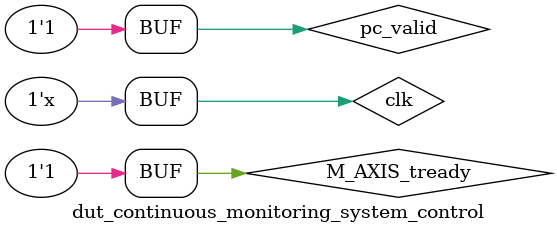
<source format=v>
`timescale 1ns/10ps  // time-unit = 1 ns, precision = 10 ps

`define ADDR_WIDTH 8 // internal addressing (each of 256 addresses can result in a different action upon writing/reading)
`define DATA_WIDTH 64 // control data width, the functionality of the module is controlled by writing to address+data ports

`define ADDR_TRIGGER_TRACE_START_ADDRESS_ENABLED 0
`define ADDR_TRIGGER_TRACE_END_ADDRESS_ENABLED 1
`define ADDR_TRIGGER_TRACE_START_ADDRESS 2
`define ADDR_TRIGGER_TRACE_END_ADDRESS 3
`define ADDR_MONITORED_ADDRESS_RANGE_LOWER_BOUND_ENABLED 4
`define ADDR_MONITORED_ADDRESS_RANGE_UPPER_BOUND_ENABLED 5
`define ADDR_MONITORED_ADDRESS_RANGE_LOWER_BOUND 6
`define ADDR_MONITORED_ADDRESS_RANGE_UPPER_BOUND 7
`define ADDR_WFI_REACHED 8

module dut_continuous_monitoring_system_control;
    localparam XLEN = 64;
    localparam AXI_DATA_WIDTH = 64 + 32;
    localparam period = 10;
    localparam clk_period = 5;

    reg M_AXIS_tready = 1;
    wire M_AXIS_tvalid, M_AXIS_tlast;
    wire [AXI_DATA_WIDTH-1:0] M_AXIS_tdata;

    reg clk=0, rst_n;
    reg [XLEN-1:0] pc = 'h80000000;
    reg [31:0] instr;
    reg pc_valid=1;

    reg [`ADDR_WIDTH-1:0]ctrl_addr = 0;
    reg [`DATA_WIDTH-1:0]ctrl_wdata = 0;
    reg ctrl_write_enable = 0;


    // just for simulation
    reg ctrl_initialized = 0;

    continuous_monitoring_system #(
        .XLEN(XLEN),
        .AXI_DATA_WIDTH(AXI_DATA_WIDTH),
        .CTRL_WRITE_ENABLE_POSEDGE_TRIGGERED(1)
    ) cms (
        .clk(clk),
        .rst_n(rst_n),

        // data pkt signals (to be stored in FIFO)
        .instr(instr),
        .pc(pc),
        .pc_valid(pc_valid),

        // axi signals (interfacing with FIFO)
        .M_AXIS_tvalid(M_AXIS_tvalid), // out
        .M_AXIS_tready(M_AXIS_tready), // input
        .M_AXIS_tdata(M_AXIS_tdata),   // out
        .M_AXIS_tlast(M_AXIS_tlast),   // out
        .tlast_interval(100),           // input

        // control signals (determining operational mode of the continuous_monitoring_system)
        .ctrl_addr(ctrl_addr), 
        .ctrl_wdata(ctrl_wdata), 
        .ctrl_write_enable(ctrl_write_enable)
    );


    always 
    begin
        clk = ~clk;
        #clk_period;
    end

    reg [5:0] j = 0;
    always @ (posedge clk) begin
        if (~ctrl_initialized && j[0] == 1) begin
            case (j)
                1: begin
                    ctrl_addr = `ADDR_TRIGGER_TRACE_START_ADDRESS_ENABLED;
                    ctrl_wdata = 1;
                end
                3: begin
                    ctrl_addr = `ADDR_TRIGGER_TRACE_END_ADDRESS_ENABLED;
                    ctrl_wdata = 1;
                end
                5: begin
                    ctrl_addr = `ADDR_TRIGGER_TRACE_START_ADDRESS;
                    ctrl_wdata = 32'h80000008;
                end
                7: begin 
                     ctrl_addr = `ADDR_TRIGGER_TRACE_END_ADDRESS;
                     ctrl_wdata = 32'h80000040;
                end
                9: begin 
                     ctrl_addr = `ADDR_MONITORED_ADDRESS_RANGE_LOWER_BOUND_ENABLED;
                     ctrl_wdata = 1;
                end
                11: begin 
                     ctrl_addr = `ADDR_MONITORED_ADDRESS_RANGE_UPPER_BOUND_ENABLED;
                     ctrl_wdata = 1;
                end
                13: begin
                    ctrl_addr = `ADDR_MONITORED_ADDRESS_RANGE_LOWER_BOUND;
                    ctrl_wdata = 32'h80000012;
                end
                15: begin 
                     ctrl_addr = `ADDR_MONITORED_ADDRESS_RANGE_UPPER_BOUND;
                     ctrl_wdata = 32'h80000030;
                end
                // 7: begin 
                //     ctrl_addr = `ADDR_TRIGGER_TRACE_END_ADDRESS;
                //     ctrl_wdata = 32'h80000020;
                // end
                17: begin
                    ctrl_initialized = 1;
                end
            endcase
            ctrl_write_enable = 1;
        end
        else begin
            ctrl_write_enable = 0;
        end
        j = j + 1;
    end

    reg [4:0] i = 0;
    always @ (posedge clk) begin
        if (ctrl_initialized) begin
            pc = pc + 4;
            i = i + 1;
        end 
        case (i)
            0: instr = 32'h00000000; // nop
            1: instr = 32'h0000006f; // riscv branch instruction
            2: instr = 32'h0C601063; // blt     a0, a1, .LBB0_2
            3: instr = 32'h00000067; // riscv jalr instruction
            4: instr = 32'h00000000; // nop
            5: instr = 32'h000000ef; // riscv jal instruction
            6: instr = 32'h00130013; // addi t0, t1, 10
            7: instr = 32'h00000000; // nop
            8: instr = 32'h0000006f; // riscv branch instruction
            9: instr = 32'h0C601063; // blt     a0, a1, .LBB0_2
            // 10: instr = 32'h00000001; // WFI
            11: instr = 32'h0000006f; // riscv branch instruction
            12: instr = 32'h0C601063; // blt     a0, a1, .LBB0_2
            13: instr = 32'h00000067; // riscv jalr instruction
            14: instr = 32'h00000000; // nop
            15: instr = 32'h000000ef; // riscv jal instruction
            16: instr = 32'h00130013; // addi t0, t1, 10
            17: instr = 32'h00000000; // nop
            18: instr = 32'h0000006f; // riscv branch instruction
            19: instr = 32'h0C601063; // blt     a0, a1, .LBB0_2
            default: instr = 32'h00000000; // nop
        endcase
    end
endmodule
</source>
